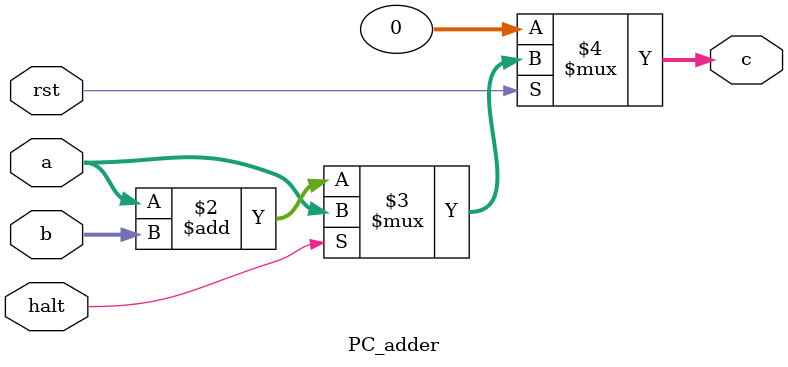
<source format=v>

module PC_adder(a , b , c , rst , halt);

	input [31:0] a , b;
	input rst , halt;
	
	output [31:0] c;
	
	assign c = (rst == 1'b0) ? 32'h00000000 : ((halt) ? a :a + b);


endmodule

</source>
